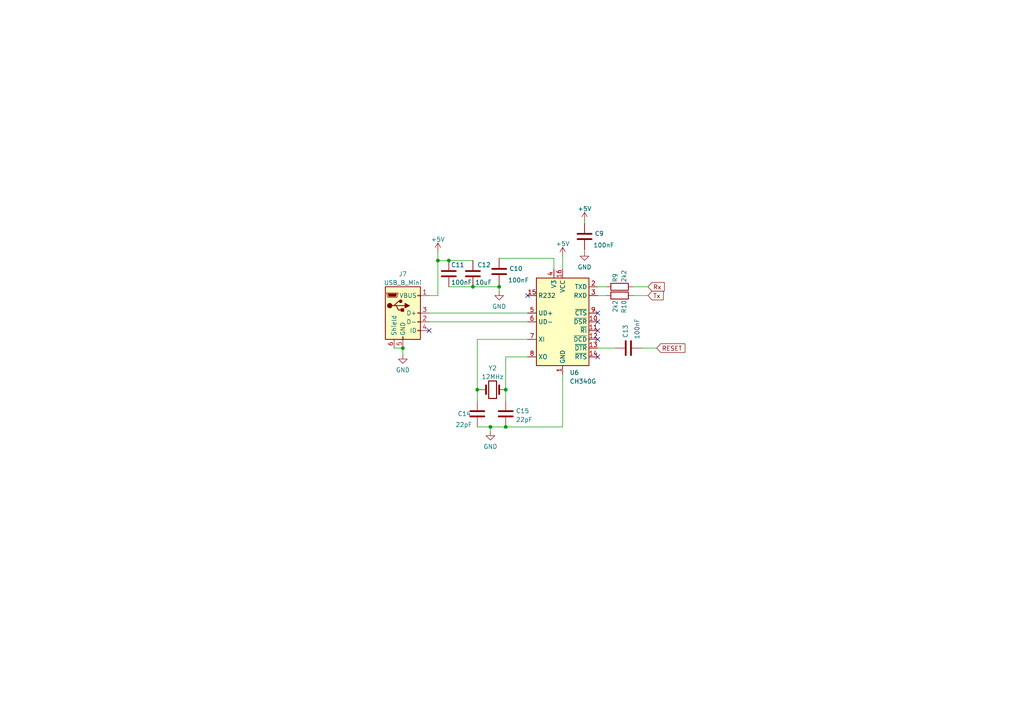
<source format=kicad_sch>
(kicad_sch (version 20211123) (generator eeschema)
  (paper "A4")
  (lib_symbols
    (symbol "Connector:USB_B_Mini" (pin_names (offset 1.016))
      (property "Reference" "J" (at -5.08 11.43 0))
      (property "Value" "USB_B_Mini" (at -5.08 8.89 0))
      (symbol "USB_B_Mini_0_1"
        (rectangle (start -5.08 -7.62) (end 5.08 7.62) (stroke (width 0.254)) (fill (type background)))
        (circle (center -3.81 2.159) (radius 0.635) (stroke (width 0.254)) (fill (type outline)))
        (circle (center -0.635 3.429) (radius 0.381) (stroke (width 0.254)) (fill (type outline)))
        (rectangle (start -0.127 -7.62) (end 0.127 -6.858))
        (polyline (pts (xy -1.905 2.159) (xy 0.635 2.159)) (stroke (width 0.254)))
        (polyline (pts (xy -3.175 2.159) (xy -2.54 2.159) (xy -1.27 3.429) (xy -0.635 3.429)) (stroke (width 0.254)))
        (polyline (pts (xy -2.54 2.159) (xy -1.905 2.159) (xy -1.27 0.889) (xy 0 0.889)) (stroke (width 0.254)))
        (polyline (pts (xy 0.635 2.794) (xy 0.635 1.524) (xy 1.905 2.159) (xy 0.635 2.794)) (stroke (width 0.254)) (fill (type outline)))
        (polyline (pts (xy -4.318 5.588) (xy -1.778 5.588) (xy -2.032 4.826) (xy -4.064 4.826) (xy -4.318 5.588)) (fill (type outline)))
        (polyline (pts (xy -4.699 5.842) (xy -4.699 5.588) (xy -4.445 4.826) (xy -4.445 4.572) (xy -1.651 4.572) (xy -1.651 4.826) (xy -1.397 5.588) (xy -1.397 5.842) (xy -4.699 5.842)))
        (rectangle (start 0.254 1.27) (end -0.508 0.508) (stroke (width 0.254)) (fill (type outline)))
        (rectangle (start 5.08 -5.207) (end 4.318 -4.953))
        (rectangle (start 5.08 -2.667) (end 4.318 -2.413))
        (rectangle (start 5.08 -0.127) (end 4.318 0.127))
        (rectangle (start 5.08 4.953) (end 4.318 5.207))
      )
      (symbol "USB_B_Mini_1_1"
        (pin power_out line (at 7.62 5.08 180) (length 2.54) (name "VBUS") (number "1"))
        (pin bidirectional line (at 7.62 -2.54 180) (length 2.54) (name "D-") (number "2"))
        (pin bidirectional line (at 7.62 0 180) (length 2.54) (name "D+") (number "3"))
        (pin passive line (at 7.62 -5.08 180) (length 2.54) (name "ID") (number "4"))
        (pin power_out line (at 0 -10.16 90) (length 2.54) (name "GND") (number "5"))
        (pin passive line (at -2.54 -10.16 90) (length 2.54) (name "Shield") (number "6"))
      )
    )
    (symbol "Device:C" (pin_numbers hide) (pin_names (offset 0.254))
      (property "Reference" "C" (at 0.635 2.54 0))
      (property "Value" "C" (at 0.635 -2.54 0))
      (symbol "C_0_1"
        (polyline (pts (xy -2.032 -0.762) (xy 2.032 -0.762)) (stroke (width 0.508)))
        (polyline (pts (xy -2.032 0.762) (xy 2.032 0.762)) (stroke (width 0.508)))
      )
      (symbol "C_1_1"
        (pin passive line (at 0 3.81 270) (length 2.794) (name "~") (number "1"))
        (pin passive line (at 0 -3.81 90) (length 2.794) (name "~") (number "2"))
      )
    )
    (symbol "Device:Crystal" (pin_numbers hide) (pin_names (offset 1.016) hide)
      (property "Reference" "Y" (at 0 3.81 0))
      (property "Value" "Crystal" (at 0 -3.81 0))
      (symbol "Crystal_0_1"
        (rectangle (start -1.143 2.54) (end 1.143 -2.54) (stroke (width 0.3048)))
        (polyline (pts (xy -2.54 0) (xy -1.905 0)))
        (polyline (pts (xy -1.905 -1.27) (xy -1.905 1.27)) (stroke (width 0.508)))
        (polyline (pts (xy 1.905 -1.27) (xy 1.905 1.27)) (stroke (width 0.508)))
        (polyline (pts (xy 2.54 0) (xy 1.905 0)))
      )
      (symbol "Crystal_1_1"
        (pin passive line (at -3.81 0 0) (length 1.27) (name "1") (number "1"))
        (pin passive line (at 3.81 0 180) (length 1.27) (name "2") (number "2"))
      )
    )
    (symbol "Device:R" (pin_numbers hide) (pin_names (offset 0))
      (property "Reference" "R" (at 2.032 0 90))
      (property "Value" "R" (at 0 0 90))
      (symbol "R_0_1"
        (rectangle (start -1.016 -2.54) (end 1.016 2.54) (stroke (width 0.254)))
      )
      (symbol "R_1_1"
        (pin passive line (at 0 3.81 270) (length 1.27) (name "~") (number "1"))
        (pin passive line (at 0 -3.81 90) (length 1.27) (name "~") (number "2"))
      )
    )
    (symbol "Interface_USB:CH340G"
      (property "Reference" "U" (at -5.08 13.97 0))
      (property "Value" "CH340G" (at 1.27 13.97 0))
      (symbol "CH340G_0_1"
        (rectangle (start -7.62 12.7) (end 7.62 -12.7) (stroke (width 0.254)) (fill (type background)))
      )
      (symbol "CH340G_1_1"
        (pin power_in line (at 0 -15.24 90) (length 2.54) (name "GND") (number "1"))
        (pin input line (at 10.16 0 180) (length 2.54) (name "~{DSR}") (number "10"))
        (pin input line (at 10.16 -2.54 180) (length 2.54) (name "~{RI}") (number "11"))
        (pin input line (at 10.16 -5.08 180) (length 2.54) (name "~{DCD}") (number "12"))
        (pin output line (at 10.16 -7.62 180) (length 2.54) (name "~{DTR}") (number "13"))
        (pin output line (at 10.16 -10.16 180) (length 2.54) (name "~{RTS}") (number "14"))
        (pin input line (at -10.16 7.62 0) (length 2.54) (name "R232") (number "15"))
        (pin power_in line (at 0 15.24 270) (length 2.54) (name "VCC") (number "16"))
        (pin output line (at 10.16 10.16 180) (length 2.54) (name "TXD") (number "2"))
        (pin input line (at 10.16 7.62 180) (length 2.54) (name "RXD") (number "3"))
        (pin passive line (at -2.54 15.24 270) (length 2.54) (name "V3") (number "4"))
        (pin bidirectional line (at -10.16 2.54 0) (length 2.54) (name "UD+") (number "5"))
        (pin bidirectional line (at -10.16 0 0) (length 2.54) (name "UD-") (number "6"))
        (pin input line (at -10.16 -5.08 0) (length 2.54) (name "XI") (number "7"))
        (pin output line (at -10.16 -10.16 0) (length 2.54) (name "XO") (number "8"))
        (pin input line (at 10.16 2.54 180) (length 2.54) (name "~{CTS}") (number "9"))
      )
    )
    (symbol "power:+5V" (power) (pin_names (offset 0))
      (property "Value" "+5V" (at 0 3.556 0))
      (symbol "+5V_0_1"
        (polyline (pts (xy -0.762 1.27) (xy 0 2.54)))
        (polyline (pts (xy 0 0) (xy 0 2.54)))
        (polyline (pts (xy 0 2.54) (xy 0.762 1.27)))
      )
      (symbol "+5V_1_1"
        (pin power_in line (at 0 0 90) (length 0) hide (name "+5V") (number "1"))
      )
    )
    (symbol "power:GND" (power) (pin_names (offset 0))
      (property "Value" "GND" (at 0 -3.81 0))
      (symbol "GND_0_1"
        (polyline (pts (xy 0 0) (xy 0 -1.27) (xy 1.27 -1.27) (xy 0 -2.54) (xy -1.27 -1.27) (xy 0 -1.27)))
      )
      (symbol "GND_1_1"
        (pin power_in line (at 0 0 270) (length 0) hide (name "GND") (number "1"))
      )
    )
  )
  (junction (at 137.16 83.185))
  (junction (at 116.84 100.965))
  (junction (at 144.78 83.185))
  (junction (at 146.685 113.03))
  (junction (at 138.43 113.03))
  (junction (at 127 75.565))
  (junction (at 142.24 123.825))
  (junction (at 130.175 75.565))
  (junction (at 146.685 123.825))
  (no_connect (at 173.355 98.425))
  (no_connect (at 173.355 95.885))
  (no_connect (at 173.355 93.345))
  (no_connect (at 173.355 103.505))
  (no_connect (at 124.46 95.885))
  (no_connect (at 173.355 90.805))
  (no_connect (at 153.035 85.725))
  (wire (pts (xy 137.16 83.185) (xy 144.78 83.185)))
  (wire (pts (xy 146.685 103.505) (xy 153.035 103.505)))
  (wire (pts (xy 183.515 83.185) (xy 187.96 83.185)))
  (wire (pts (xy 114.3 100.965) (xy 116.84 100.965)))
  (wire (pts (xy 146.685 123.825) (xy 163.195 123.825)))
  (wire (pts (xy 160.655 74.93) (xy 160.655 78.105)))
  (wire (pts (xy 169.545 72.39) (xy 169.545 73.025)))
  (wire (pts (xy 163.195 123.825) (xy 163.195 108.585)))
  (wire (pts (xy 127 75.565) (xy 127 73.025)))
  (wire (pts (xy 173.355 83.185) (xy 175.895 83.185)))
  (wire (pts (xy 153.035 98.425) (xy 138.43 98.425)))
  (wire (pts (xy 183.515 85.725) (xy 187.96 85.725)))
  (wire (pts (xy 144.78 83.185) (xy 144.78 84.455)))
  (wire (pts (xy 169.545 64.135) (xy 169.545 64.77)))
  (wire (pts (xy 130.175 83.185) (xy 137.16 83.185)))
  (wire (pts (xy 173.355 100.965) (xy 178.435 100.965)))
  (wire (pts (xy 138.43 116.205) (xy 138.43 113.03)))
  (wire (pts (xy 138.43 113.03) (xy 139.065 113.03)))
  (wire (pts (xy 138.43 123.825) (xy 142.24 123.825)))
  (wire (pts (xy 144.78 82.55) (xy 144.78 83.185)))
  (wire (pts (xy 124.46 85.725) (xy 127 85.725)))
  (wire (pts (xy 163.195 74.295) (xy 163.195 78.105)))
  (wire (pts (xy 124.46 93.345) (xy 153.035 93.345)))
  (wire (pts (xy 142.24 123.825) (xy 142.24 125.095)))
  (wire (pts (xy 127 75.565) (xy 130.175 75.565)))
  (wire (pts (xy 144.78 74.93) (xy 160.655 74.93)))
  (wire (pts (xy 186.055 100.965) (xy 190.5 100.965)))
  (wire (pts (xy 124.46 90.805) (xy 153.035 90.805)))
  (wire (pts (xy 116.84 100.965) (xy 116.84 102.87)))
  (wire (pts (xy 146.685 103.505) (xy 146.685 113.03)))
  (wire (pts (xy 130.175 75.565) (xy 137.16 75.565)))
  (wire (pts (xy 138.43 98.425) (xy 138.43 113.03)))
  (wire (pts (xy 127 85.725) (xy 127 75.565)))
  (wire (pts (xy 142.24 123.825) (xy 146.685 123.825)))
  (wire (pts (xy 173.355 85.725) (xy 175.895 85.725)))
  (wire (pts (xy 146.685 113.03) (xy 146.685 116.205)))
  (global_label "Tx" (shape input) (at 187.96 85.725 0) (property "Intersheet References" "${INTERSHEET_REFS}" (effects hide)))
  (global_label "RESET" (shape input) (at 190.5 100.965 0) (property "Intersheet References" "${INTERSHEET_REFS}" (effects hide)))
  (global_label "Rx" (shape input) (at 187.96 83.185 0) (property "Intersheet References" "${INTERSHEET_REFS}" (effects hide)))
  (symbol (lib_id "Device:C") (at 130.175 79.375 0) (unit 1)
    (property "Reference" "C11" (at 130.81 76.835 0) (effects (justify left)))
    (property "Value" "100nF" (at 130.81 81.915 0) (effects (justify left)))
    (property "Footprint" "Capacitor_SMD:C_0603_1608Metric_Pad1.08x0.95mm_HandSolder" (effects hide))
    (property "JLCPCB Part#" "C14663" (effects hide))
  )
  (symbol (lib_id "Device:C") (at 137.16 79.375 180) (unit 1)
    (property "Reference" "C12" (at 138.43 76.835 0) (effects (justify right)))
    (property "Value" "10uF" (at 137.795 81.915 0) (effects (justify right)))
    (property "Footprint" "Capacitor_SMD:C_0201_0603Metric_Pad0.64x0.40mm_HandSolder" (effects hide))
    (property "JLCPCB Part#" "C96446" (effects hide))
  )
  (symbol (lib_id "power:GND") (at 116.84 102.87 0) (unit 1)
    (property "Reference" "#PWR034" (effects hide))
    (property "Value" "GND" (at 116.84 107.3134 0))
  )
  (symbol (lib_id "Device:Crystal") (at 142.875 113.03 0) (unit 1)
    (property "Reference" "Y2" (at 142.875 106.7648 0))
    (property "Value" "12MHz" (at 142.875 109.3017 0))
    (property "Footprint" "custom_kicad_lib_sk:crystal_arduino" (effects hide))
    (property "JLCPCB Part#" "C9002" (effects hide))
  )
  (symbol (lib_id "Device:C") (at 138.43 120.015 0) (unit 1)
    (property "Reference" "C14" (at 132.715 120.015 0) (effects (justify left)))
    (property "Value" "22pF" (at 132.08 123.19 0) (effects (justify left)))
    (property "Footprint" "Capacitor_SMD:C_0603_1608Metric_Pad1.08x0.95mm_HandSolder" (effects hide))
    (property "JLCPCB Part#" "C1653" (effects hide))
  )
  (symbol (lib_id "Device:C") (at 182.245 100.965 90) (unit 1)
    (property "Reference" "C13" (at 181.4103 98.044 0) (effects (justify left)))
    (property "Value" "100nF" (at 184.785 98.425 0) (effects (justify left)))
    (property "Footprint" "Capacitor_SMD:C_0603_1608Metric_Pad1.08x0.95mm_HandSolder" (effects hide))
    (property "JLCPCB Part#" "C14663" (effects hide))
  )
  (symbol (lib_id "power:+5V") (at 169.545 64.135 0) (unit 1)
    (property "Reference" "#PWR029" (effects hide))
    (property "Value" "+5V" (at 169.545 60.5592 0))
  )
  (symbol (lib_id "power:GND") (at 144.78 84.455 0) (unit 1)
    (property "Reference" "#PWR033" (effects hide))
    (property "Value" "GND" (at 144.78 88.8984 0))
  )
  (symbol (lib_id "Device:C") (at 146.685 120.015 0) (unit 1)
    (property "Reference" "C15" (at 149.606 119.1803 0) (effects (justify left)))
    (property "Value" "22pF" (at 149.606 121.7172 0) (effects (justify left)))
    (property "Footprint" "Capacitor_SMD:C_0603_1608Metric_Pad1.08x0.95mm_HandSolder" (effects hide))
    (property "JLCPCB Part#" "C1653" (effects hide))
  )
  (symbol (lib_id "Device:R") (at 179.705 83.185 90) (unit 1)
    (property "Reference" "R9" (at 178.435 81.915 0) (effects (justify left)))
    (property "Value" "2k2" (at 180.975 81.915 0) (effects (justify left)))
    (property "Footprint" "Resistor_SMD:R_0805_2012Metric_Pad1.20x1.40mm_HandSolder" (effects hide))
    (property "JLCPCB Part#" "C17520" (effects hide))
  )
  (symbol (lib_id "Device:C") (at 144.78 78.74 0) (unit 1)
    (property "Reference" "C10" (at 147.701 77.9053 0) (effects (justify left)))
    (property "Value" "100nF" (at 147.32 81.28 0) (effects (justify left)))
    (property "Footprint" "Capacitor_SMD:C_0603_1608Metric_Pad1.08x0.95mm_HandSolder" (effects hide))
    (property "JLCPCB Part#" "C14663" (effects hide))
  )
  (symbol (lib_id "Device:C") (at 169.545 68.58 0) (unit 1)
    (property "Reference" "C9" (at 172.466 67.7453 0) (effects (justify left)))
    (property "Value" "100nF" (at 172.085 71.12 0) (effects (justify left)))
    (property "Footprint" "Capacitor_SMD:C_0603_1608Metric_Pad1.08x0.95mm_HandSolder" (effects hide))
    (property "JLCPCB Part#" "C14663" (effects hide))
  )
  (symbol (lib_id "power:GND") (at 142.24 125.095 0) (unit 1)
    (property "Reference" "#PWR035" (effects hide))
    (property "Value" "GND" (at 142.24 129.5384 0))
  )
  (symbol (lib_id "Device:R") (at 179.705 85.725 270) (unit 1)
    (property "Reference" "R10" (at 180.975 86.995 0) (effects (justify left)))
    (property "Value" "2k2" (at 178.435 86.995 0) (effects (justify left)))
    (property "Footprint" "Resistor_SMD:R_0805_2012Metric_Pad1.20x1.40mm_HandSolder" (effects hide))
    (property "JLCPCB Part#" "C17520" (effects hide))
  )
  (symbol (lib_id "Connector:USB_B_Mini") (at 116.84 90.805 0) (unit 1)
    (property "Reference" "J7" (at 116.84 79.4852 0))
    (property "Value" "USB_B_Mini" (at 116.84 82.0221 0))
    (property "Footprint" "Connector_USB:USB_Mini-B_Wuerth_65100516121_Horizontal" (effects hide))
    (property "JLCPCB Part#" "C3039330" (effects hide))
  )
  (symbol (lib_id "Interface_USB:CH340G") (at 163.195 93.345 0) (unit 1)
    (property "Reference" "U6" (at 165.2144 108.0754 0) (effects (justify left)))
    (property "Value" "CH340G" (at 165.2144 110.6123 0) (effects (justify left)))
    (property "Footprint" "Package_SO:SOIC-16_3.9x9.9mm_P1.27mm" (effects hide))
    (property "Datasheet" "http://www.datasheet5.com/pdf-local-2195953" (effects hide))
    (property "JLCPCB Part#" "C14267" (effects hide))
  )
  (symbol (lib_id "power:+5V") (at 163.195 74.295 0) (unit 1)
    (property "Reference" "#PWR032" (effects hide))
    (property "Value" "+5V" (at 163.195 70.7192 0))
  )
  (symbol (lib_id "power:+5V") (at 127 73.025 0) (unit 1)
    (property "Reference" "#PWR030" (effects hide))
    (property "Value" "+5V" (at 127 69.4492 0))
  )
  (symbol (lib_id "power:GND") (at 169.545 73.025 0) (unit 1)
    (property "Reference" "#PWR031" (effects hide))
    (property "Value" "GND" (at 169.545 77.4684 0))
  )
)
</source>
